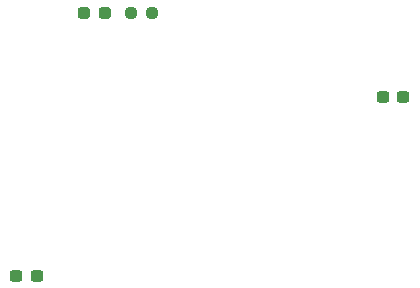
<source format=gtp>
G04 #@! TF.GenerationSoftware,KiCad,Pcbnew,(6.0.7)*
G04 #@! TF.CreationDate,2022-11-19T15:20:26-06:00*
G04 #@! TF.ProjectId,2022-2023MultimediaBoard,32303232-2d32-4303-9233-4d756c74696d,rev?*
G04 #@! TF.SameCoordinates,Original*
G04 #@! TF.FileFunction,Paste,Top*
G04 #@! TF.FilePolarity,Positive*
%FSLAX46Y46*%
G04 Gerber Fmt 4.6, Leading zero omitted, Abs format (unit mm)*
G04 Created by KiCad (PCBNEW (6.0.7)) date 2022-11-19 15:20:26*
%MOMM*%
%LPD*%
G01*
G04 APERTURE LIST*
G04 Aperture macros list*
%AMRoundRect*
0 Rectangle with rounded corners*
0 $1 Rounding radius*
0 $2 $3 $4 $5 $6 $7 $8 $9 X,Y pos of 4 corners*
0 Add a 4 corners polygon primitive as box body*
4,1,4,$2,$3,$4,$5,$6,$7,$8,$9,$2,$3,0*
0 Add four circle primitives for the rounded corners*
1,1,$1+$1,$2,$3*
1,1,$1+$1,$4,$5*
1,1,$1+$1,$6,$7*
1,1,$1+$1,$8,$9*
0 Add four rect primitives between the rounded corners*
20,1,$1+$1,$2,$3,$4,$5,0*
20,1,$1+$1,$4,$5,$6,$7,0*
20,1,$1+$1,$6,$7,$8,$9,0*
20,1,$1+$1,$8,$9,$2,$3,0*%
G04 Aperture macros list end*
%ADD10RoundRect,0.237500X-0.300000X-0.237500X0.300000X-0.237500X0.300000X0.237500X-0.300000X0.237500X0*%
%ADD11RoundRect,0.237500X-0.287500X-0.237500X0.287500X-0.237500X0.287500X0.237500X-0.287500X0.237500X0*%
%ADD12RoundRect,0.237500X-0.250000X-0.237500X0.250000X-0.237500X0.250000X0.237500X-0.250000X0.237500X0*%
G04 APERTURE END LIST*
D10*
X111911630Y-61803000D03*
X113636630Y-61803000D03*
X80860550Y-76949000D03*
X82585550Y-76949000D03*
D11*
X86626130Y-54691000D03*
X88376130Y-54691000D03*
D12*
X90525630Y-54691000D03*
X92350630Y-54691000D03*
M02*

</source>
